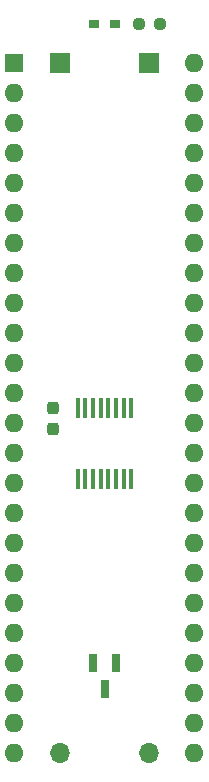
<source format=gbr>
G04 #@! TF.GenerationSoftware,KiCad,Pcbnew,9.0.7-9.0.7~ubuntu25.10.1*
G04 #@! TF.CreationDate,2026-01-14T17:34:39+09:00*
G04 #@! TF.ProjectId,bionic-z8001,62696f6e-6963-42d7-9a38-3030312e6b69,1*
G04 #@! TF.SameCoordinates,Original*
G04 #@! TF.FileFunction,Soldermask,Top*
G04 #@! TF.FilePolarity,Negative*
%FSLAX46Y46*%
G04 Gerber Fmt 4.6, Leading zero omitted, Abs format (unit mm)*
G04 Created by KiCad (PCBNEW 9.0.7-9.0.7~ubuntu25.10.1) date 2026-01-14 17:34:39*
%MOMM*%
%LPD*%
G01*
G04 APERTURE LIST*
G04 Aperture macros list*
%AMRoundRect*
0 Rectangle with rounded corners*
0 $1 Rounding radius*
0 $2 $3 $4 $5 $6 $7 $8 $9 X,Y pos of 4 corners*
0 Add a 4 corners polygon primitive as box body*
4,1,4,$2,$3,$4,$5,$6,$7,$8,$9,$2,$3,0*
0 Add four circle primitives for the rounded corners*
1,1,$1+$1,$2,$3*
1,1,$1+$1,$4,$5*
1,1,$1+$1,$6,$7*
1,1,$1+$1,$8,$9*
0 Add four rect primitives between the rounded corners*
20,1,$1+$1,$2,$3,$4,$5,0*
20,1,$1+$1,$4,$5,$6,$7,0*
20,1,$1+$1,$6,$7,$8,$9,0*
20,1,$1+$1,$8,$9,$2,$3,0*%
G04 Aperture macros list end*
%ADD10RoundRect,0.237500X-0.237500X0.300000X-0.237500X-0.300000X0.237500X-0.300000X0.237500X0.300000X0*%
%ADD11RoundRect,0.237500X-0.250000X-0.237500X0.250000X-0.237500X0.250000X0.237500X-0.250000X0.237500X0*%
%ADD12R,1.600000X1.600000*%
%ADD13O,1.600000X1.600000*%
%ADD14R,0.355600X1.778000*%
%ADD15R,0.965200X0.762000*%
%ADD16R,0.660400X1.625600*%
%ADD17O,1.700000X1.700000*%
%ADD18R,1.700000X1.700000*%
G04 APERTURE END LIST*
D10*
X109382000Y-104291100D03*
X109382000Y-106016100D03*
D11*
X116597500Y-71778000D03*
X118422500Y-71778000D03*
D12*
X106080000Y-75080000D03*
D13*
X106080000Y-77620000D03*
X106080000Y-80160000D03*
X106080000Y-82700000D03*
X106080000Y-85240000D03*
X106080000Y-87780000D03*
X106080000Y-90320000D03*
X106080000Y-92860000D03*
X106080000Y-95400000D03*
X106080000Y-97940000D03*
X106080000Y-100480000D03*
X106080000Y-103020000D03*
X106080000Y-105560000D03*
X106080000Y-108100000D03*
X106080000Y-110640000D03*
X106080000Y-113180000D03*
X106080000Y-115720000D03*
X106080000Y-118260000D03*
X106080000Y-120800000D03*
X106080000Y-123340000D03*
X106080000Y-125880000D03*
X106080000Y-128420000D03*
X106080000Y-130960000D03*
X106080000Y-133500000D03*
X121320000Y-133500000D03*
X121320000Y-130960000D03*
X121320000Y-128420000D03*
X121320000Y-125880000D03*
X121320000Y-123340000D03*
X121320000Y-120800000D03*
X121320000Y-118260000D03*
X121320000Y-115720000D03*
X121320000Y-113180000D03*
X121320000Y-110640000D03*
X121320000Y-108100000D03*
X121320000Y-105560000D03*
X121320000Y-103020000D03*
X121320000Y-100480000D03*
X121320000Y-97940000D03*
X121320000Y-95400000D03*
X121320000Y-92860000D03*
X121320000Y-90320000D03*
X121320000Y-87780000D03*
X121320000Y-85240000D03*
X121320000Y-82700000D03*
X121320000Y-80160000D03*
X121320000Y-77620000D03*
X121320000Y-75080000D03*
D14*
X111425001Y-110233600D03*
X112074999Y-110233600D03*
X112725001Y-110233600D03*
X113374999Y-110233600D03*
X114024998Y-110233600D03*
X114674999Y-110233600D03*
X115324998Y-110233600D03*
X115974999Y-110233600D03*
X115974999Y-104290000D03*
X115325001Y-104290000D03*
X114674999Y-104290000D03*
X114025001Y-104290000D03*
X113375002Y-104290000D03*
X112725001Y-104290000D03*
X112075002Y-104290000D03*
X111425001Y-104290000D03*
D15*
X114576300Y-71778000D03*
X112823700Y-71778000D03*
D16*
X114665201Y-125880000D03*
X112765199Y-125880000D03*
X113715200Y-128012000D03*
D17*
X117484600Y-133500000D03*
D18*
X117484600Y-75080000D03*
X109910800Y-75080000D03*
D17*
X109910800Y-133500000D03*
M02*

</source>
